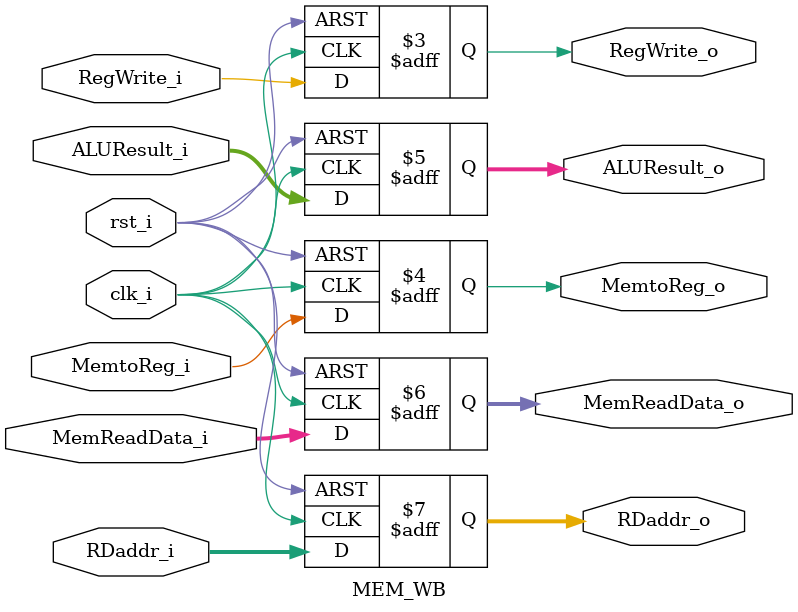
<source format=v>
module MEM_WB(
    clk_i, 
    rst_i, 
    RegWrite_i, 
    MemtoReg_i, 
    ALUResult_i, 
    MemReadData_i, 
    RDaddr_i, 
    RegWrite_o, 
    MemtoReg_o, 
    ALUResult_o, 
    MemReadData_o, 
    RDaddr_o
);

input clk_i;
input rst_i;
input RegWrite_i;
input MemtoReg_i;
input [31:0] ALUResult_i;
input [31:0] MemReadData_i;
input [4:0] RDaddr_i;
output RegWrite_o;
output MemtoReg_o;
output [31:0] ALUResult_o;
output [31:0] MemReadData_o;
output [4:0] RDaddr_o;

reg RegWrite_o;
reg MemtoReg_o;
reg [31:0] ALUResult_o;
reg [31:0] MemReadData_o;
reg [4:0] RDaddr_o;

always@(posedge clk_i or negedge rst_i) begin
    if(~rst_i) begin
        RegWrite_o <= 0;
        MemtoReg_o <= 0;
        ALUResult_o <= 32'b0;
        MemReadData_o <= 32'b0;
        RDaddr_o <= 5'b0;
    end else begin 
        RegWrite_o <= RegWrite_i;
        MemtoReg_o <= MemtoReg_i;
        ALUResult_o <= ALUResult_i;
        MemReadData_o <= MemReadData_i;
        RDaddr_o <= RDaddr_i;
    end
end

endmodule
</source>
